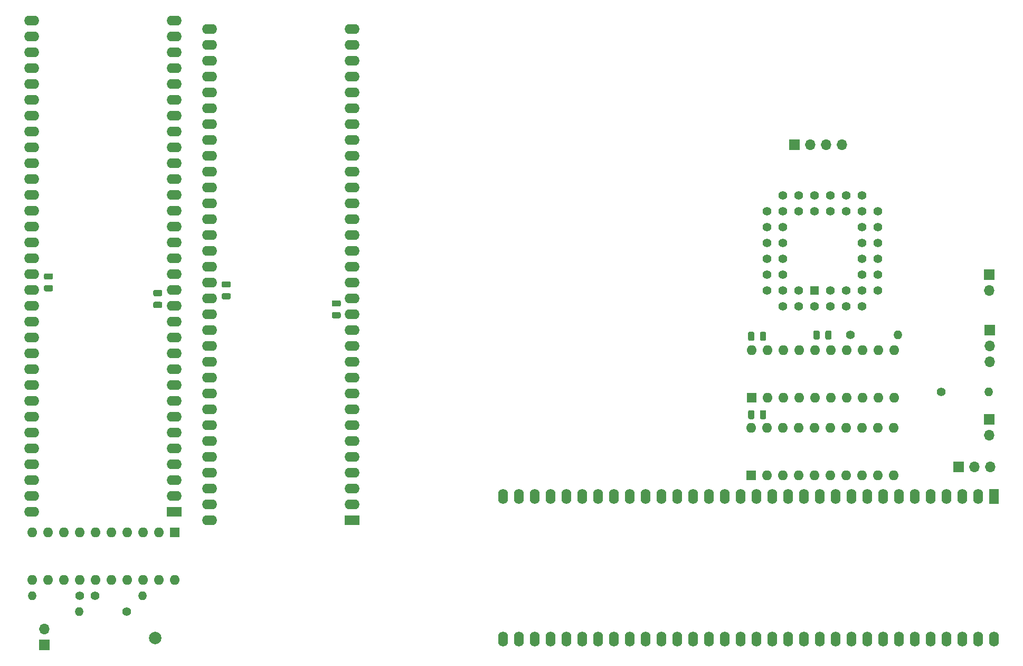
<source format=gbr>
%TF.GenerationSoftware,KiCad,Pcbnew,(5.1.7)-1*%
%TF.CreationDate,2020-11-02T22:58:22+00:00*%
%TF.ProjectId,STFM-TF536-Relocator+ROM-MkII,5354464d-2d54-4463-9533-362d52656c6f,rev?*%
%TF.SameCoordinates,Original*%
%TF.FileFunction,Soldermask,Bot*%
%TF.FilePolarity,Negative*%
%FSLAX46Y46*%
G04 Gerber Fmt 4.6, Leading zero omitted, Abs format (unit mm)*
G04 Created by KiCad (PCBNEW (5.1.7)-1) date 2020-11-02 22:58:22*
%MOMM*%
%LPD*%
G01*
G04 APERTURE LIST*
%ADD10O,1.400000X1.400000*%
%ADD11C,1.400000*%
%ADD12O,1.700000X1.700000*%
%ADD13R,1.700000X1.700000*%
%ADD14O,1.600000X1.600000*%
%ADD15R,1.600000X1.600000*%
%ADD16C,1.422400*%
%ADD17R,1.422400X1.422400*%
%ADD18O,2.400000X1.600000*%
%ADD19R,2.400000X1.600000*%
%ADD20C,2.000000*%
%ADD21O,1.600000X2.400000*%
%ADD22R,1.600000X2.400000*%
G04 APERTURE END LIST*
%TO.C,C9*%
G36*
G01*
X69438500Y-74554500D02*
X70388500Y-74554500D01*
G75*
G02*
X70638500Y-74804500I0J-250000D01*
G01*
X70638500Y-75304500D01*
G75*
G02*
X70388500Y-75554500I-250000J0D01*
G01*
X69438500Y-75554500D01*
G75*
G02*
X69188500Y-75304500I0J250000D01*
G01*
X69188500Y-74804500D01*
G75*
G02*
X69438500Y-74554500I250000J0D01*
G01*
G37*
G36*
G01*
X69438500Y-72654500D02*
X70388500Y-72654500D01*
G75*
G02*
X70638500Y-72904500I0J-250000D01*
G01*
X70638500Y-73404500D01*
G75*
G02*
X70388500Y-73654500I-250000J0D01*
G01*
X69438500Y-73654500D01*
G75*
G02*
X69188500Y-73404500I0J250000D01*
G01*
X69188500Y-72904500D01*
G75*
G02*
X69438500Y-72654500I250000J0D01*
G01*
G37*
%TD*%
%TO.C,C7*%
G36*
G01*
X88041500Y-76702500D02*
X87091500Y-76702500D01*
G75*
G02*
X86841500Y-76452500I0J250000D01*
G01*
X86841500Y-75952500D01*
G75*
G02*
X87091500Y-75702500I250000J0D01*
G01*
X88041500Y-75702500D01*
G75*
G02*
X88291500Y-75952500I0J-250000D01*
G01*
X88291500Y-76452500D01*
G75*
G02*
X88041500Y-76702500I-250000J0D01*
G01*
G37*
G36*
G01*
X88041500Y-78602500D02*
X87091500Y-78602500D01*
G75*
G02*
X86841500Y-78352500I0J250000D01*
G01*
X86841500Y-77852500D01*
G75*
G02*
X87091500Y-77602500I250000J0D01*
G01*
X88041500Y-77602500D01*
G75*
G02*
X88291500Y-77852500I0J-250000D01*
G01*
X88291500Y-78352500D01*
G75*
G02*
X88041500Y-78602500I-250000J0D01*
G01*
G37*
%TD*%
%TO.C,C5*%
G36*
G01*
X165994000Y-81755000D02*
X165994000Y-80805000D01*
G75*
G02*
X166244000Y-80555000I250000J0D01*
G01*
X166744000Y-80555000D01*
G75*
G02*
X166994000Y-80805000I0J-250000D01*
G01*
X166994000Y-81755000D01*
G75*
G02*
X166744000Y-82005000I-250000J0D01*
G01*
X166244000Y-82005000D01*
G75*
G02*
X165994000Y-81755000I0J250000D01*
G01*
G37*
G36*
G01*
X164094000Y-81755000D02*
X164094000Y-80805000D01*
G75*
G02*
X164344000Y-80555000I250000J0D01*
G01*
X164844000Y-80555000D01*
G75*
G02*
X165094000Y-80805000I0J-250000D01*
G01*
X165094000Y-81755000D01*
G75*
G02*
X164844000Y-82005000I-250000J0D01*
G01*
X164344000Y-82005000D01*
G75*
G02*
X164094000Y-81755000I0J250000D01*
G01*
G37*
%TD*%
%TO.C,C4*%
G36*
G01*
X40927000Y-73284500D02*
X41877000Y-73284500D01*
G75*
G02*
X42127000Y-73534500I0J-250000D01*
G01*
X42127000Y-74034500D01*
G75*
G02*
X41877000Y-74284500I-250000J0D01*
G01*
X40927000Y-74284500D01*
G75*
G02*
X40677000Y-74034500I0J250000D01*
G01*
X40677000Y-73534500D01*
G75*
G02*
X40927000Y-73284500I250000J0D01*
G01*
G37*
G36*
G01*
X40927000Y-71384500D02*
X41877000Y-71384500D01*
G75*
G02*
X42127000Y-71634500I0J-250000D01*
G01*
X42127000Y-72134500D01*
G75*
G02*
X41877000Y-72384500I-250000J0D01*
G01*
X40927000Y-72384500D01*
G75*
G02*
X40677000Y-72134500I0J250000D01*
G01*
X40677000Y-71634500D01*
G75*
G02*
X40927000Y-71384500I250000J0D01*
G01*
G37*
%TD*%
%TO.C,C3*%
G36*
G01*
X155517000Y-81945500D02*
X155517000Y-80995500D01*
G75*
G02*
X155767000Y-80745500I250000J0D01*
G01*
X156267000Y-80745500D01*
G75*
G02*
X156517000Y-80995500I0J-250000D01*
G01*
X156517000Y-81945500D01*
G75*
G02*
X156267000Y-82195500I-250000J0D01*
G01*
X155767000Y-82195500D01*
G75*
G02*
X155517000Y-81945500I0J250000D01*
G01*
G37*
G36*
G01*
X153617000Y-81945500D02*
X153617000Y-80995500D01*
G75*
G02*
X153867000Y-80745500I250000J0D01*
G01*
X154367000Y-80745500D01*
G75*
G02*
X154617000Y-80995500I0J-250000D01*
G01*
X154617000Y-81945500D01*
G75*
G02*
X154367000Y-82195500I-250000J0D01*
G01*
X153867000Y-82195500D01*
G75*
G02*
X153617000Y-81945500I0J250000D01*
G01*
G37*
%TD*%
%TO.C,C2*%
G36*
G01*
X155517000Y-94518500D02*
X155517000Y-93568500D01*
G75*
G02*
X155767000Y-93318500I250000J0D01*
G01*
X156267000Y-93318500D01*
G75*
G02*
X156517000Y-93568500I0J-250000D01*
G01*
X156517000Y-94518500D01*
G75*
G02*
X156267000Y-94768500I-250000J0D01*
G01*
X155767000Y-94768500D01*
G75*
G02*
X155517000Y-94518500I0J250000D01*
G01*
G37*
G36*
G01*
X153617000Y-94518500D02*
X153617000Y-93568500D01*
G75*
G02*
X153867000Y-93318500I250000J0D01*
G01*
X154367000Y-93318500D01*
G75*
G02*
X154617000Y-93568500I0J-250000D01*
G01*
X154617000Y-94518500D01*
G75*
G02*
X154367000Y-94768500I-250000J0D01*
G01*
X153867000Y-94768500D01*
G75*
G02*
X153617000Y-94518500I0J250000D01*
G01*
G37*
%TD*%
%TO.C,C1*%
G36*
G01*
X59403000Y-75051500D02*
X58453000Y-75051500D01*
G75*
G02*
X58203000Y-74801500I0J250000D01*
G01*
X58203000Y-74301500D01*
G75*
G02*
X58453000Y-74051500I250000J0D01*
G01*
X59403000Y-74051500D01*
G75*
G02*
X59653000Y-74301500I0J-250000D01*
G01*
X59653000Y-74801500D01*
G75*
G02*
X59403000Y-75051500I-250000J0D01*
G01*
G37*
G36*
G01*
X59403000Y-76951500D02*
X58453000Y-76951500D01*
G75*
G02*
X58203000Y-76701500I0J250000D01*
G01*
X58203000Y-76201500D01*
G75*
G02*
X58453000Y-75951500I250000J0D01*
G01*
X59403000Y-75951500D01*
G75*
G02*
X59653000Y-76201500I0J-250000D01*
G01*
X59653000Y-76701500D01*
G75*
G02*
X59403000Y-76951500I-250000J0D01*
G01*
G37*
%TD*%
D10*
%TO.C,R5*%
X192214000Y-90424000D03*
D11*
X184594000Y-90424000D03*
%TD*%
D12*
%TO.C,Q1*%
X192468000Y-102426000D03*
X189928000Y-102426000D03*
D13*
X187388000Y-102426000D03*
%TD*%
D14*
%TO.C,U8*%
X61658500Y-120523000D03*
X38798500Y-112903000D03*
X59118500Y-120523000D03*
X41338500Y-112903000D03*
X56578500Y-120523000D03*
X43878500Y-112903000D03*
X54038500Y-120523000D03*
X46418500Y-112903000D03*
X51498500Y-120523000D03*
X48958500Y-112903000D03*
X48958500Y-120523000D03*
X51498500Y-112903000D03*
X46418500Y-120523000D03*
X54038500Y-112903000D03*
X43878500Y-120523000D03*
X56578500Y-112903000D03*
X41338500Y-120523000D03*
X59118500Y-112903000D03*
X38798500Y-120523000D03*
D15*
X61658500Y-112903000D03*
%TD*%
D10*
%TO.C,R4*%
X38798500Y-123063000D03*
D11*
X46418500Y-123063000D03*
%TD*%
D10*
%TO.C,R3*%
X56515000Y-123063000D03*
D11*
X48895000Y-123063000D03*
%TD*%
D12*
%TO.C,J6*%
X168656000Y-50800000D03*
X166116000Y-50800000D03*
X163576000Y-50800000D03*
D13*
X161036000Y-50800000D03*
%TD*%
D12*
%TO.C,J5*%
X192342000Y-85534500D03*
X192342000Y-82994500D03*
D13*
X192342000Y-80454500D03*
%TD*%
D12*
%TO.C,J4*%
X192278000Y-97345500D03*
D13*
X192278000Y-94805500D03*
%TD*%
D12*
%TO.C,J3*%
X40767000Y-128397000D03*
D13*
X40767000Y-130937000D03*
%TD*%
D16*
%TO.C,U5*%
X156654000Y-74104500D03*
X156654000Y-71564500D03*
X156654000Y-69024500D03*
X156654000Y-66484500D03*
X156654000Y-63944500D03*
X159194000Y-76644500D03*
X159194000Y-71564500D03*
X159194000Y-69024500D03*
X159194000Y-66484500D03*
X159194000Y-63944500D03*
X159194000Y-61404500D03*
X159194000Y-58864500D03*
X161734000Y-58864500D03*
X164274000Y-58864500D03*
X166814000Y-58864500D03*
X169354000Y-58864500D03*
X171894000Y-58864500D03*
X156654000Y-61404500D03*
X161734000Y-61404500D03*
X164274000Y-61404500D03*
X166814000Y-61404500D03*
X169354000Y-61404500D03*
X171894000Y-61404500D03*
X174434000Y-61404500D03*
X174434000Y-63944500D03*
X174434000Y-66484500D03*
X174434000Y-69024500D03*
X174434000Y-71564500D03*
X174434000Y-74104500D03*
X171894000Y-63944500D03*
X171894000Y-66484500D03*
X171894000Y-69024500D03*
X171894000Y-71564500D03*
X171894000Y-74104500D03*
X161734000Y-76644500D03*
X164274000Y-76644500D03*
X171894000Y-76644500D03*
X169354000Y-76644500D03*
X166814000Y-76644500D03*
X159194000Y-74104500D03*
X161734000Y-74104500D03*
X169354000Y-74104500D03*
X166814000Y-74104500D03*
D17*
X164274000Y-74104500D03*
%TD*%
D18*
%TO.C,U4*%
X67246500Y-110998000D03*
X90106500Y-32258000D03*
X67246500Y-108458000D03*
X90106500Y-34798000D03*
X67246500Y-105918000D03*
X90106500Y-37338000D03*
X67246500Y-103378000D03*
X90106500Y-39878000D03*
X67246500Y-100838000D03*
X90106500Y-42418000D03*
X67246500Y-98298000D03*
X90106500Y-44958000D03*
X67246500Y-95758000D03*
X90106500Y-47498000D03*
X67246500Y-93218000D03*
X90106500Y-50038000D03*
X67246500Y-90678000D03*
X90106500Y-52578000D03*
X67246500Y-88138000D03*
X90106500Y-55118000D03*
X67246500Y-85598000D03*
X90106500Y-57658000D03*
X67246500Y-83058000D03*
X90106500Y-60198000D03*
X67246500Y-80518000D03*
X90106500Y-62738000D03*
X67246500Y-77978000D03*
X90106500Y-65278000D03*
X67246500Y-75438000D03*
X90106500Y-67818000D03*
X67246500Y-72898000D03*
X90106500Y-70358000D03*
X67246500Y-70358000D03*
X90106500Y-72898000D03*
X67246500Y-67818000D03*
X90106500Y-75438000D03*
X67246500Y-65278000D03*
X90106500Y-77978000D03*
X67246500Y-62738000D03*
X90106500Y-80518000D03*
X67246500Y-60198000D03*
X90106500Y-83058000D03*
X67246500Y-57658000D03*
X90106500Y-85598000D03*
X67246500Y-55118000D03*
X90106500Y-88138000D03*
X67246500Y-52578000D03*
X90106500Y-90678000D03*
X67246500Y-50038000D03*
X90106500Y-93218000D03*
X67246500Y-47498000D03*
X90106500Y-95758000D03*
X67246500Y-44958000D03*
X90106500Y-98298000D03*
X67246500Y-42418000D03*
X90106500Y-100838000D03*
X67246500Y-39878000D03*
X90106500Y-103378000D03*
X67246500Y-37338000D03*
X90106500Y-105918000D03*
X67246500Y-34798000D03*
X90106500Y-108458000D03*
X67246500Y-32258000D03*
D19*
X90106500Y-110998000D03*
%TD*%
D14*
%TO.C,U3*%
X154114000Y-96139000D03*
X176974000Y-103759000D03*
X156654000Y-96139000D03*
X174434000Y-103759000D03*
X159194000Y-96139000D03*
X171894000Y-103759000D03*
X161734000Y-96139000D03*
X169354000Y-103759000D03*
X164274000Y-96139000D03*
X166814000Y-103759000D03*
X166814000Y-96139000D03*
X164274000Y-103759000D03*
X169354000Y-96139000D03*
X161734000Y-103759000D03*
X171894000Y-96139000D03*
X159194000Y-103759000D03*
X174434000Y-96139000D03*
X156654000Y-103759000D03*
X176974000Y-96139000D03*
D15*
X154114000Y-103759000D03*
%TD*%
D18*
%TO.C,U2*%
X38735000Y-109601000D03*
X61595000Y-30861000D03*
X38735000Y-107061000D03*
X61595000Y-33401000D03*
X38735000Y-104521000D03*
X61595000Y-35941000D03*
X38735000Y-101981000D03*
X61595000Y-38481000D03*
X38735000Y-99441000D03*
X61595000Y-41021000D03*
X38735000Y-96901000D03*
X61595000Y-43561000D03*
X38735000Y-94361000D03*
X61595000Y-46101000D03*
X38735000Y-91821000D03*
X61595000Y-48641000D03*
X38735000Y-89281000D03*
X61595000Y-51181000D03*
X38735000Y-86741000D03*
X61595000Y-53721000D03*
X38735000Y-84201000D03*
X61595000Y-56261000D03*
X38735000Y-81661000D03*
X61595000Y-58801000D03*
X38735000Y-79121000D03*
X61595000Y-61341000D03*
X38735000Y-76581000D03*
X61595000Y-63881000D03*
X38735000Y-74041000D03*
X61595000Y-66421000D03*
X38735000Y-71501000D03*
X61595000Y-68961000D03*
X38735000Y-68961000D03*
X61595000Y-71501000D03*
X38735000Y-66421000D03*
X61595000Y-74041000D03*
X38735000Y-63881000D03*
X61595000Y-76581000D03*
X38735000Y-61341000D03*
X61595000Y-79121000D03*
X38735000Y-58801000D03*
X61595000Y-81661000D03*
X38735000Y-56261000D03*
X61595000Y-84201000D03*
X38735000Y-53721000D03*
X61595000Y-86741000D03*
X38735000Y-51181000D03*
X61595000Y-89281000D03*
X38735000Y-48641000D03*
X61595000Y-91821000D03*
X38735000Y-46101000D03*
X61595000Y-94361000D03*
X38735000Y-43561000D03*
X61595000Y-96901000D03*
X38735000Y-41021000D03*
X61595000Y-99441000D03*
X38735000Y-38481000D03*
X61595000Y-101981000D03*
X38735000Y-35941000D03*
X61595000Y-104521000D03*
X38735000Y-33401000D03*
X61595000Y-107061000D03*
X38735000Y-30861000D03*
D19*
X61595000Y-109601000D03*
%TD*%
D14*
%TO.C,U1*%
X154178000Y-83693000D03*
X177038000Y-91313000D03*
X156718000Y-83693000D03*
X174498000Y-91313000D03*
X159258000Y-83693000D03*
X171958000Y-91313000D03*
X161798000Y-83693000D03*
X169418000Y-91313000D03*
X164338000Y-83693000D03*
X166878000Y-91313000D03*
X166878000Y-83693000D03*
X164338000Y-91313000D03*
X169418000Y-83693000D03*
X161798000Y-91313000D03*
X171958000Y-83693000D03*
X159258000Y-91313000D03*
X174498000Y-83693000D03*
X156718000Y-91313000D03*
X177038000Y-83693000D03*
D15*
X154178000Y-91313000D03*
%TD*%
D10*
%TO.C,R2*%
X46355000Y-125603000D03*
D11*
X53975000Y-125603000D03*
%TD*%
D10*
%TO.C,R1*%
X177610000Y-81280000D03*
D11*
X169990000Y-81280000D03*
%TD*%
D12*
%TO.C,J2*%
X192278000Y-74168000D03*
D13*
X192278000Y-71628000D03*
%TD*%
D20*
%TO.C,J1*%
X58547000Y-129858000D03*
%TD*%
D21*
%TO.C,H1*%
X193040000Y-130048000D03*
X114300000Y-107188000D03*
X190500000Y-130048000D03*
X116840000Y-107188000D03*
X187960000Y-130048000D03*
X119380000Y-107188000D03*
X185420000Y-130048000D03*
X121920000Y-107188000D03*
X182880000Y-130048000D03*
X124460000Y-107188000D03*
X180340000Y-130048000D03*
X127000000Y-107188000D03*
X177800000Y-130048000D03*
X129540000Y-107188000D03*
X175260000Y-130048000D03*
X132080000Y-107188000D03*
X172720000Y-130048000D03*
X134620000Y-107188000D03*
X170180000Y-130048000D03*
X137160000Y-107188000D03*
X167640000Y-130048000D03*
X139700000Y-107188000D03*
X165100000Y-130048000D03*
X142240000Y-107188000D03*
X162560000Y-130048000D03*
X144780000Y-107188000D03*
X160020000Y-130048000D03*
X147320000Y-107188000D03*
X157480000Y-130048000D03*
X149860000Y-107188000D03*
X154940000Y-130048000D03*
X152400000Y-107188000D03*
X152400000Y-130048000D03*
X154940000Y-107188000D03*
X149860000Y-130048000D03*
X157480000Y-107188000D03*
X147320000Y-130048000D03*
X160020000Y-107188000D03*
X144780000Y-130048000D03*
X162560000Y-107188000D03*
X142240000Y-130048000D03*
X165100000Y-107188000D03*
X139700000Y-130048000D03*
X167640000Y-107188000D03*
X137160000Y-130048000D03*
X170180000Y-107188000D03*
X134620000Y-130048000D03*
X172720000Y-107188000D03*
X132080000Y-130048000D03*
X175260000Y-107188000D03*
X129540000Y-130048000D03*
X177800000Y-107188000D03*
X127000000Y-130048000D03*
X180340000Y-107188000D03*
X124460000Y-130048000D03*
X182880000Y-107188000D03*
X121920000Y-130048000D03*
X185420000Y-107188000D03*
X119380000Y-130048000D03*
X187960000Y-107188000D03*
X116840000Y-130048000D03*
X190500000Y-107188000D03*
X114300000Y-130048000D03*
D22*
X193040000Y-107188000D03*
%TD*%
M02*

</source>
